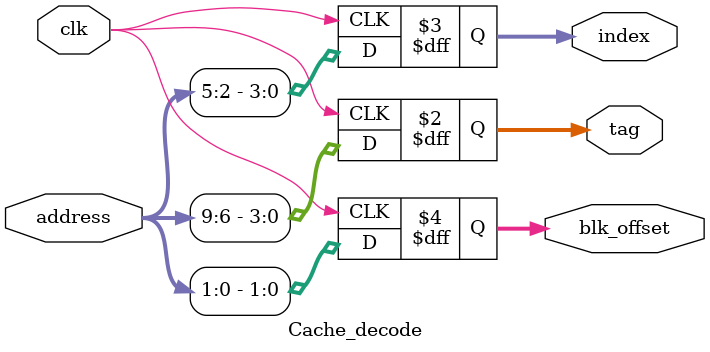
<source format=v>
`timescale 1ns / 1ps


module Cache_decode(clk, address, tag, index, blk_offset);
    input clk;
    input [9:0] address;

    output reg [3:0] tag;
    output reg [3:0] index;
    output reg [1:0] blk_offset;

    always@(posedge clk)
    begin
        tag <= address[9:6];
        index <= address[5:2];
        blk_offset <= address[1:0];
    end
endmodule
</source>
